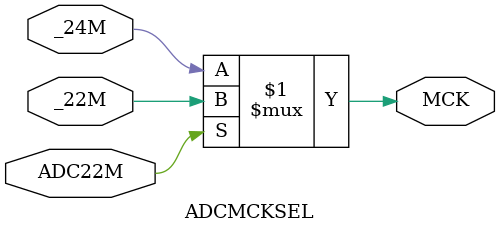
<source format=v>
module ADCMCKSEL(
input _24M, _22M,
input ADC22M,
output MCK
);


assign MCK = ADC22M? _22M : _24M;

endmodule


</source>
